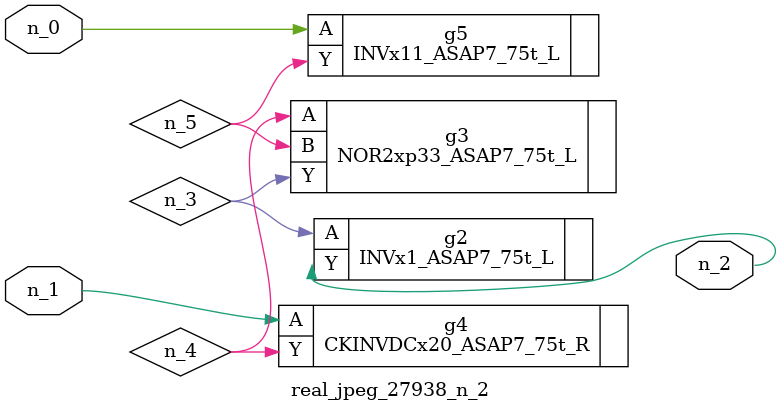
<source format=v>
module real_jpeg_27938_n_2 (n_1, n_0, n_2);

input n_1;
input n_0;

output n_2;

wire n_5;
wire n_4;
wire n_3;

INVx11_ASAP7_75t_L g5 ( 
.A(n_0),
.Y(n_5)
);

CKINVDCx20_ASAP7_75t_R g4 ( 
.A(n_1),
.Y(n_4)
);

INVx1_ASAP7_75t_L g2 ( 
.A(n_3),
.Y(n_2)
);

NOR2xp33_ASAP7_75t_L g3 ( 
.A(n_4),
.B(n_5),
.Y(n_3)
);


endmodule
</source>
